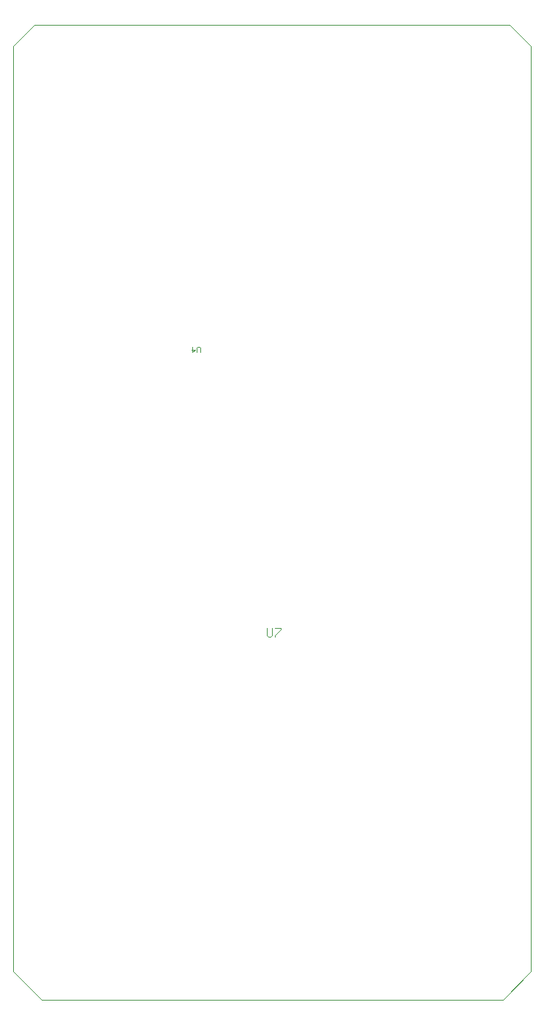
<source format=gm1>
G04*
G04 #@! TF.GenerationSoftware,Altium Limited,Altium Designer,21.2.2 (38)*
G04*
G04 Layer_Color=16711935*
%FSLAX25Y25*%
%MOIN*%
G70*
G04*
G04 #@! TF.SameCoordinates,2AD91DA3-6C52-4226-ACA0-88A5DAF987E7*
G04*
G04*
G04 #@! TF.FilePolarity,Positive*
G04*
G01*
G75*
%ADD93C,0.00050*%
%ADD94C,0.00394*%
D93*
X174479Y611656D02*
X391015D01*
X164637Y601814D02*
X174479Y611656D01*
X391015D02*
X400857Y601814D01*
X164637Y180554D02*
X177562Y167628D01*
X387931D01*
X400857Y180554D01*
Y601814D01*
X164637Y180554D02*
Y601814D01*
D94*
X249988Y462418D02*
Y464386D01*
X249595Y464780D01*
X248808D01*
X248414Y464386D01*
Y462418D01*
X246446Y464780D02*
Y462418D01*
X247627Y463599D01*
X246053D01*
X280232Y336688D02*
Y333408D01*
X280888Y332752D01*
X282200D01*
X282856Y333408D01*
Y336688D01*
X284168D02*
X286792D01*
Y336032D01*
X284168Y333408D01*
Y332752D01*
M02*

</source>
